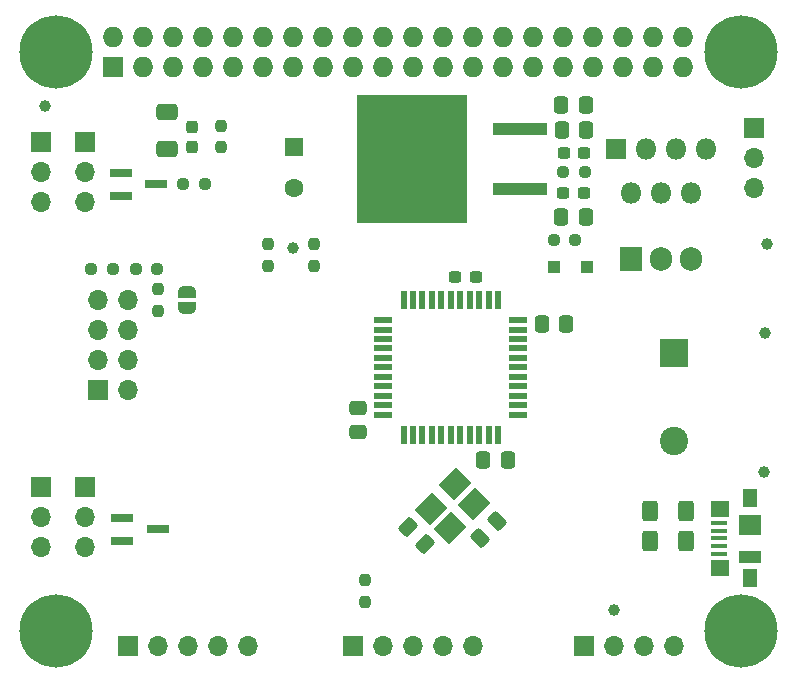
<source format=gbr>
G04 #@! TF.GenerationSoftware,KiCad,Pcbnew,(6.0.7)*
G04 #@! TF.CreationDate,2023-03-22T11:49:54-05:00*
G04 #@! TF.ProjectId,backpackbuddy_system,6261636b-7061-4636-9b62-756464795f73,rev?*
G04 #@! TF.SameCoordinates,Original*
G04 #@! TF.FileFunction,Soldermask,Bot*
G04 #@! TF.FilePolarity,Negative*
%FSLAX46Y46*%
G04 Gerber Fmt 4.6, Leading zero omitted, Abs format (unit mm)*
G04 Created by KiCad (PCBNEW (6.0.7)) date 2023-03-22 11:49:54*
%MOMM*%
%LPD*%
G01*
G04 APERTURE LIST*
G04 Aperture macros list*
%AMRoundRect*
0 Rectangle with rounded corners*
0 $1 Rounding radius*
0 $2 $3 $4 $5 $6 $7 $8 $9 X,Y pos of 4 corners*
0 Add a 4 corners polygon primitive as box body*
4,1,4,$2,$3,$4,$5,$6,$7,$8,$9,$2,$3,0*
0 Add four circle primitives for the rounded corners*
1,1,$1+$1,$2,$3*
1,1,$1+$1,$4,$5*
1,1,$1+$1,$6,$7*
1,1,$1+$1,$8,$9*
0 Add four rect primitives between the rounded corners*
20,1,$1+$1,$2,$3,$4,$5,0*
20,1,$1+$1,$4,$5,$6,$7,0*
20,1,$1+$1,$6,$7,$8,$9,0*
20,1,$1+$1,$8,$9,$2,$3,0*%
%AMRotRect*
0 Rectangle, with rotation*
0 The origin of the aperture is its center*
0 $1 length*
0 $2 width*
0 $3 Rotation angle, in degrees counterclockwise*
0 Add horizontal line*
21,1,$1,$2,0,0,$3*%
%AMFreePoly0*
4,1,22,0.500000,-0.750000,0.000000,-0.750000,0.000000,-0.745033,-0.079941,-0.743568,-0.215256,-0.701293,-0.333266,-0.622738,-0.424486,-0.514219,-0.481581,-0.384460,-0.499164,-0.250000,-0.500000,-0.250000,-0.500000,0.250000,-0.499164,0.250000,-0.499963,0.256109,-0.478152,0.396186,-0.417904,0.524511,-0.324060,0.630769,-0.204165,0.706417,-0.067858,0.745374,0.000000,0.744959,0.000000,0.750000,
0.500000,0.750000,0.500000,-0.750000,0.500000,-0.750000,$1*%
%AMFreePoly1*
4,1,20,0.000000,0.744959,0.073905,0.744508,0.209726,0.703889,0.328688,0.626782,0.421226,0.519385,0.479903,0.390333,0.500000,0.250000,0.500000,-0.250000,0.499851,-0.262216,0.476331,-0.402017,0.414519,-0.529596,0.319384,-0.634700,0.198574,-0.708877,0.061801,-0.746166,0.000000,-0.745033,0.000000,-0.750000,-0.500000,-0.750000,-0.500000,0.750000,0.000000,0.750000,0.000000,0.744959,
0.000000,0.744959,$1*%
G04 Aperture macros list end*
%ADD10C,6.200000*%
%ADD11R,1.727200X1.727200*%
%ADD12O,1.727200X1.727200*%
%ADD13R,1.700000X1.700000*%
%ADD14O,1.700000X1.700000*%
%ADD15R,1.600000X1.600000*%
%ADD16C,1.600000*%
%ADD17C,1.000000*%
%ADD18R,1.800000X1.800000*%
%ADD19O,1.800000X1.800000*%
%ADD20R,1.905000X2.000000*%
%ADD21O,1.905000X2.000000*%
%ADD22R,2.400000X2.400000*%
%ADD23C,2.400000*%
%ADD24RoundRect,0.237500X0.300000X0.237500X-0.300000X0.237500X-0.300000X-0.237500X0.300000X-0.237500X0*%
%ADD25RoundRect,0.250000X0.337500X0.475000X-0.337500X0.475000X-0.337500X-0.475000X0.337500X-0.475000X0*%
%ADD26RoundRect,0.237500X-0.237500X0.250000X-0.237500X-0.250000X0.237500X-0.250000X0.237500X0.250000X0*%
%ADD27RoundRect,0.237500X-0.250000X-0.237500X0.250000X-0.237500X0.250000X0.237500X-0.250000X0.237500X0*%
%ADD28RoundRect,0.237500X0.250000X0.237500X-0.250000X0.237500X-0.250000X-0.237500X0.250000X-0.237500X0*%
%ADD29R,1.100000X1.100000*%
%ADD30RoundRect,0.250000X-0.337500X-0.475000X0.337500X-0.475000X0.337500X0.475000X-0.337500X0.475000X0*%
%ADD31RoundRect,0.250000X0.097227X-0.574524X0.574524X-0.097227X-0.097227X0.574524X-0.574524X0.097227X0*%
%ADD32FreePoly0,270.000000*%
%ADD33FreePoly1,270.000000*%
%ADD34R,1.900000X0.800000*%
%ADD35RoundRect,0.250000X-0.475000X0.337500X-0.475000X-0.337500X0.475000X-0.337500X0.475000X0.337500X0*%
%ADD36R,4.600000X1.100000*%
%ADD37R,9.400000X10.800000*%
%ADD38RoundRect,0.237500X0.237500X-0.250000X0.237500X0.250000X-0.237500X0.250000X-0.237500X-0.250000X0*%
%ADD39RoundRect,0.237500X0.237500X-0.300000X0.237500X0.300000X-0.237500X0.300000X-0.237500X-0.300000X0*%
%ADD40RoundRect,0.250000X0.650000X-0.412500X0.650000X0.412500X-0.650000X0.412500X-0.650000X-0.412500X0*%
%ADD41R,1.380000X0.450000*%
%ADD42R,1.900000X1.000000*%
%ADD43R,1.900000X1.800000*%
%ADD44R,1.300000X1.650000*%
%ADD45R,1.550000X1.425000*%
%ADD46RoundRect,0.250000X0.400000X0.625000X-0.400000X0.625000X-0.400000X-0.625000X0.400000X-0.625000X0*%
%ADD47RoundRect,0.250000X0.574524X0.097227X0.097227X0.574524X-0.574524X-0.097227X-0.097227X-0.574524X0*%
%ADD48RotRect,2.100000X1.800000X45.000000*%
%ADD49R,1.500000X0.550000*%
%ADD50R,0.550000X1.500000*%
G04 APERTURE END LIST*
D10*
X172510000Y-63500000D03*
X114510000Y-63500000D03*
X114510000Y-112500000D03*
X172510000Y-112500000D03*
D11*
X119380000Y-64770000D03*
D12*
X119380000Y-62230000D03*
X121920000Y-64770000D03*
X121920000Y-62230000D03*
X124460000Y-64770000D03*
X124460000Y-62230000D03*
X127000000Y-64770000D03*
X127000000Y-62230000D03*
X129540000Y-64770000D03*
X129540000Y-62230000D03*
X132080000Y-64770000D03*
X132080000Y-62230000D03*
X134620000Y-64770000D03*
X134620000Y-62230000D03*
X137160000Y-64770000D03*
X137160000Y-62230000D03*
X139700000Y-64770000D03*
X139700000Y-62230000D03*
X142240000Y-64770000D03*
X142240000Y-62230000D03*
X144780000Y-64770000D03*
X144780000Y-62230000D03*
X147320000Y-64770000D03*
X147320000Y-62230000D03*
X149860000Y-64770000D03*
X149860000Y-62230000D03*
X152400000Y-64770000D03*
X152400000Y-62230000D03*
X154940000Y-64770000D03*
X154940000Y-62230000D03*
X157480000Y-64770000D03*
X157480000Y-62230000D03*
X160020000Y-64770000D03*
X160020000Y-62230000D03*
X162560000Y-64770000D03*
X162560000Y-62230000D03*
X165100000Y-64770000D03*
X165100000Y-62230000D03*
X167640000Y-64770000D03*
X167640000Y-62230000D03*
D13*
X113284000Y-100330000D03*
D14*
X113284000Y-102870000D03*
X113284000Y-105410000D03*
D13*
X120655000Y-113792000D03*
D14*
X123195000Y-113792000D03*
X125735000Y-113792000D03*
X128275000Y-113792000D03*
X130815000Y-113792000D03*
D13*
X139705000Y-113792000D03*
D14*
X142245000Y-113792000D03*
X144785000Y-113792000D03*
X147325000Y-113792000D03*
X149865000Y-113792000D03*
D15*
X134670800Y-71524749D03*
D16*
X134670800Y-75024749D03*
D13*
X116967000Y-71120000D03*
D14*
X116967000Y-73660000D03*
X116967000Y-76200000D03*
D13*
X113284000Y-71120000D03*
D14*
X113284000Y-73660000D03*
X113284000Y-76200000D03*
D13*
X116967000Y-100330000D03*
D14*
X116967000Y-102870000D03*
X116967000Y-105410000D03*
D17*
X174752000Y-79756000D03*
D18*
X161925000Y-71705000D03*
D19*
X163195000Y-75405000D03*
X164465000Y-71705000D03*
X165735000Y-75405000D03*
X167005000Y-71705000D03*
X168275000Y-75405000D03*
X169545000Y-71705000D03*
D17*
X134594600Y-80035400D03*
D20*
X163195000Y-80955000D03*
D21*
X165735000Y-80955000D03*
X168275000Y-80955000D03*
D13*
X173609000Y-69865000D03*
D14*
X173609000Y-72405000D03*
X173609000Y-74945000D03*
D17*
X113614200Y-68021200D03*
X174498000Y-99060000D03*
X174574200Y-87249000D03*
X161798000Y-110744000D03*
D13*
X118110000Y-92130000D03*
D14*
X120650000Y-92130000D03*
X118110000Y-89590000D03*
X120650000Y-89590000D03*
X118110000Y-87050000D03*
X120650000Y-87050000D03*
X118110000Y-84510000D03*
X120650000Y-84510000D03*
D13*
X159217200Y-113792000D03*
D14*
X161757200Y-113792000D03*
X164297200Y-113792000D03*
X166837200Y-113792000D03*
D22*
X166878000Y-88943246D03*
D23*
X166878000Y-96443246D03*
D24*
X150087500Y-82550000D03*
X148362500Y-82550000D03*
D25*
X159433000Y-70104000D03*
X157358000Y-70104000D03*
X159406500Y-67945000D03*
X157331500Y-67945000D03*
D26*
X140690600Y-108180500D03*
X140690600Y-110005500D03*
D27*
X125325500Y-74676000D03*
X127150500Y-74676000D03*
D28*
X123137300Y-81813400D03*
X121312300Y-81813400D03*
D29*
X159515000Y-81661000D03*
X156715000Y-81661000D03*
D30*
X150740500Y-98044000D03*
X152815500Y-98044000D03*
D28*
X119376200Y-81838800D03*
X117551200Y-81838800D03*
D31*
X150409377Y-104619623D03*
X151876623Y-103152377D03*
D32*
X125603000Y-83805000D03*
D33*
X125603000Y-85105000D03*
D24*
X159258000Y-72009000D03*
X157533000Y-72009000D03*
D34*
X120039000Y-75626000D03*
X120039000Y-73726000D03*
X123039000Y-74676000D03*
D25*
X159406500Y-77470000D03*
X157331500Y-77470000D03*
D35*
X140094000Y-93577500D03*
X140094000Y-95652500D03*
D36*
X153797000Y-69977000D03*
D37*
X144647000Y-72517000D03*
D36*
X153797000Y-75057000D03*
D27*
X156694500Y-79375000D03*
X158519500Y-79375000D03*
D38*
X136398000Y-81557500D03*
X136398000Y-79732500D03*
D39*
X126034800Y-71525300D03*
X126034800Y-69800300D03*
D40*
X123952000Y-71666500D03*
X123952000Y-68541500D03*
D41*
X170660000Y-103348000D03*
X170660000Y-103998000D03*
X170660000Y-104648000D03*
X170660000Y-105298000D03*
X170660000Y-105948000D03*
D42*
X173320000Y-106198000D03*
D43*
X173320000Y-103498000D03*
D44*
X173320000Y-108023000D03*
D45*
X170745000Y-102160500D03*
D44*
X173320000Y-101273000D03*
D45*
X170745000Y-107135500D03*
D46*
X167920000Y-104902000D03*
X164820000Y-104902000D03*
D24*
X159231500Y-75438000D03*
X157506500Y-75438000D03*
D34*
X120142000Y-104836000D03*
X120142000Y-102936000D03*
X123142000Y-103886000D03*
D47*
X145809000Y-105156000D03*
X144341754Y-103688754D03*
D38*
X123215400Y-85392900D03*
X123215400Y-83567900D03*
D48*
X146298390Y-102126610D03*
X148349000Y-100076000D03*
X149975346Y-101702346D03*
X147924736Y-103752956D03*
D38*
X128524000Y-71524500D03*
X128524000Y-69699500D03*
D46*
X167920000Y-102362000D03*
X164820000Y-102362000D03*
D30*
X155680500Y-86512400D03*
X157755500Y-86512400D03*
D38*
X132461000Y-81557500D03*
X132461000Y-79732500D03*
D49*
X153668000Y-86170000D03*
X153668000Y-86970000D03*
X153668000Y-87770000D03*
X153668000Y-88570000D03*
X153668000Y-89370000D03*
X153668000Y-90170000D03*
X153668000Y-90970000D03*
X153668000Y-91770000D03*
X153668000Y-92570000D03*
X153668000Y-93370000D03*
X153668000Y-94170000D03*
D50*
X151968000Y-95870000D03*
X151168000Y-95870000D03*
X150368000Y-95870000D03*
X149568000Y-95870000D03*
X148768000Y-95870000D03*
X147968000Y-95870000D03*
X147168000Y-95870000D03*
X146368000Y-95870000D03*
X145568000Y-95870000D03*
X144768000Y-95870000D03*
X143968000Y-95870000D03*
D49*
X142268000Y-94170000D03*
X142268000Y-93370000D03*
X142268000Y-92570000D03*
X142268000Y-91770000D03*
X142268000Y-90970000D03*
X142268000Y-90170000D03*
X142268000Y-89370000D03*
X142268000Y-88570000D03*
X142268000Y-87770000D03*
X142268000Y-86970000D03*
X142268000Y-86170000D03*
D50*
X143968000Y-84470000D03*
X144768000Y-84470000D03*
X145568000Y-84470000D03*
X146368000Y-84470000D03*
X147168000Y-84470000D03*
X147968000Y-84470000D03*
X148768000Y-84470000D03*
X149568000Y-84470000D03*
X150368000Y-84470000D03*
X151168000Y-84470000D03*
X151968000Y-84470000D03*
D27*
X157483000Y-73660000D03*
X159308000Y-73660000D03*
M02*

</source>
